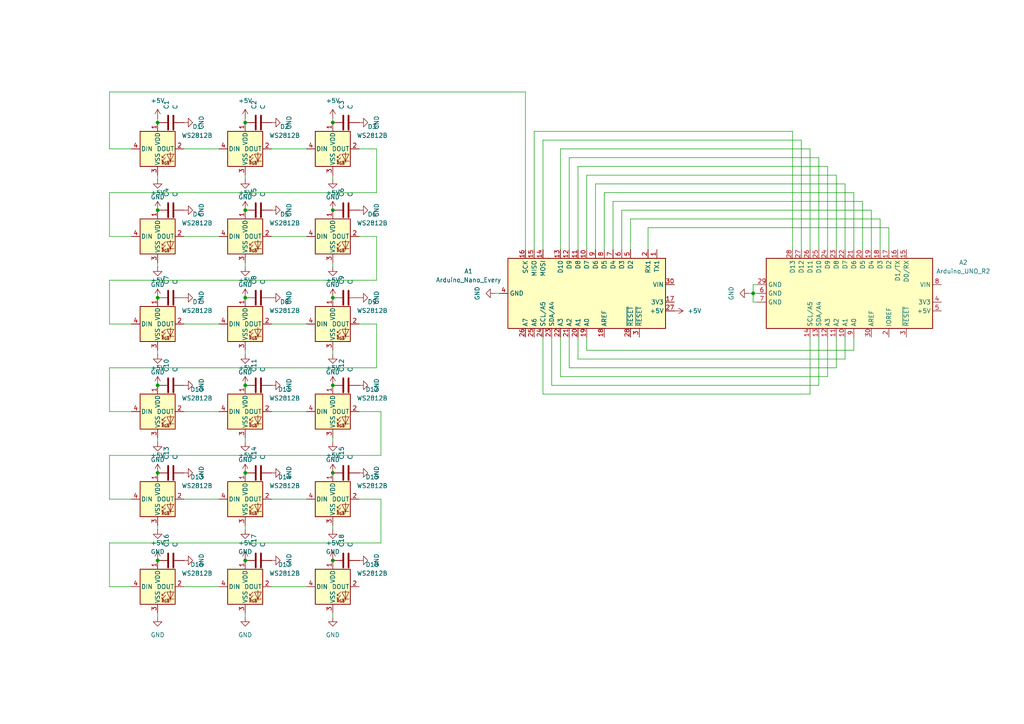
<source format=kicad_sch>
(kicad_sch (version 20250114) (generator "eeschema") (generator_version "9.0")
  (paper "A4")
  (lib_symbols
    (symbol "Device:C" (pin_numbers (hide yes)) (pin_names (offset 0.254))
      (property "Reference" "C" (at 0.635 2.54 0))
      (property "Value" "C" (at 0.635 -2.54 0))
      (symbol "C_0_1"
        (polyline (pts (xy -2.032 0.762) (xy 2.032 0.762)) (stroke (width 0.508)))
        (polyline (pts (xy -2.032 -0.762) (xy 2.032 -0.762)) (stroke (width 0.508)))
      )
      (symbol "C_1_1"
        (pin passive line (at 0 3.81 270) (length 2.794) (name "~") (number "1"))
        (pin passive line (at 0 -3.81 90) (length 2.794) (name "~") (number "2"))
      )
    )
    (symbol "LED:WS2812B" (pin_names (offset 0.254))
      (property "Reference" "D" (at 5.08 5.715 0))
      (property "Value" "WS2812B" (at 1.27 -5.715 0))
      (symbol "WS2812B_0_0"
        (text "RGB" (at 2.286 -4.191 0) (effects (font (size 0.762 0.762))))
      )
      (symbol "WS2812B_0_1"
        (polyline (pts (xy 1.27 -2.54) (xy 1.778 -2.54)))
        (polyline (pts (xy 1.27 -3.556) (xy 1.778 -3.556)))
        (polyline (pts (xy 2.286 -1.524) (xy 1.27 -2.54) (xy 1.27 -2.032)))
        (polyline (pts (xy 2.286 -2.54) (xy 1.27 -3.556) (xy 1.27 -3.048)))
        (polyline (pts (xy 3.683 -1.016) (xy 3.683 -3.556) (xy 3.683 -4.064)))
        (polyline (pts (xy 4.699 -1.524) (xy 2.667 -1.524) (xy 3.683 -3.556) (xy 4.699 -1.524)))
        (polyline (pts (xy 4.699 -3.556) (xy 2.667 -3.556)))
        (rectangle (start 5.08 5.08) (end -5.08 -5.08) (stroke (width 0.254)) (fill (type background)))
      )
      (symbol "WS2812B_1_1"
        (pin input line (at -7.62 0 0) (length 2.54) (name "DIN") (number "4"))
        (pin power_in line (at 0 7.62 270) (length 2.54) (name "VDD") (number "1"))
        (pin power_in line (at 0 -7.62 90) (length 2.54) (name "VSS") (number "3"))
        (pin output line (at 7.62 0 180) (length 2.54) (name "DOUT") (number "2"))
      )
    )
    (symbol "MCU_Module:Arduino_Nano_Every"
      (property "Reference" "A" (at -10.16 23.495 0))
      (property "Value" "Arduino_Nano_Every" (at 5.08 -24.13 0))
      (symbol "Arduino_Nano_Every_0_1"
        (rectangle (start -10.16 22.86) (end 10.16 -22.86) (stroke (width 0.254)) (fill (type background)))
      )
      (symbol "Arduino_Nano_Every_1_1"
        (pin bidirectional line (at -12.7 20.32 0) (length 2.54) (name "TX1") (number "1"))
        (pin bidirectional line (at -12.7 17.78 0) (length 2.54) (name "RX1") (number "2"))
        (pin bidirectional line (at -12.7 12.7 0) (length 2.54) (name "D2") (number "5"))
        (pin bidirectional line (at -12.7 10.16 0) (length 2.54) (name "D3") (number "6"))
        (pin bidirectional line (at -12.7 7.62 0) (length 2.54) (name "D4") (number "7"))
        (pin bidirectional line (at -12.7 5.08 0) (length 2.54) (name "D5") (number "8"))
        (pin bidirectional line (at -12.7 2.54 0) (length 2.54) (name "D6") (number "9"))
        (pin bidirectional line (at -12.7 0 0) (length 2.54) (name "D7") (number "10"))
        (pin bidirectional line (at -12.7 -2.54 0) (length 2.54) (name "D8") (number "11"))
        (pin bidirectional line (at -12.7 -5.08 0) (length 2.54) (name "D9") (number "12"))
        (pin bidirectional line (at -12.7 -7.62 0) (length 2.54) (name "D10") (number "13"))
        (pin bidirectional line (at -12.7 -12.7 0) (length 2.54) (name "MOSI") (number "14"))
        (pin bidirectional line (at -12.7 -15.24 0) (length 2.54) (name "MISO") (number "15"))
        (pin bidirectional line (at -12.7 -17.78 0) (length 2.54) (name "SCK") (number "16"))
        (pin power_in line (at -2.54 25.4 270) (length 2.54) (name "VIN") (number "30"))
        (pin passive line (at 0 -25.4 90) (length 2.54) (hide yes) (name "GND") (number "29"))
        (pin power_in line (at 0 -25.4 90) (length 2.54) (name "GND") (number "4"))
        (pin power_out line (at 2.54 25.4 270) (length 2.54) (name "3V3") (number "17"))
        (pin power_out line (at 5.08 25.4 270) (length 2.54) (name "+5V") (number "27"))
        (pin input line (at 12.7 15.24 180) (length 2.54) (name "~{RESET}") (number "3"))
        (pin input line (at 12.7 12.7 180) (length 2.54) (name "~{RESET}") (number "28"))
        (pin input line (at 12.7 5.08 180) (length 2.54) (name "AREF") (number "18"))
        (pin bidirectional line (at 12.7 0 180) (length 2.54) (name "A0") (number "19"))
        (pin bidirectional line (at 12.7 -2.54 180) (length 2.54) (name "A1") (number "20"))
        (pin bidirectional line (at 12.7 -5.08 180) (length 2.54) (name "A2") (number "21"))
        (pin bidirectional line (at 12.7 -7.62 180) (length 2.54) (name "A3") (number "22"))
        (pin bidirectional line (at 12.7 -10.16 180) (length 2.54) (name "SDA/A4") (number "23"))
        (pin bidirectional line (at 12.7 -12.7 180) (length 2.54) (name "SCL/A5") (number "24"))
        (pin bidirectional line (at 12.7 -15.24 180) (length 2.54) (name "A6") (number "25"))
        (pin bidirectional line (at 12.7 -17.78 180) (length 2.54) (name "A7") (number "26"))
      )
    )
    (symbol "MCU_Module:Arduino_UNO_R2"
      (property "Reference" "A" (at -10.16 23.495 0))
      (property "Value" "Arduino_UNO_R2" (at 5.08 -26.67 0))
      (symbol "Arduino_UNO_R2_0_1"
        (rectangle (start -10.16 22.86) (end 10.16 -25.4) (stroke (width 0.254)) (fill (type background)))
      )
      (symbol "Arduino_UNO_R2_1_1"
        (pin bidirectional line (at -12.7 15.24 0) (length 2.54) (name "D0/RX") (number "15"))
        (pin bidirectional line (at -12.7 12.7 0) (length 2.54) (name "D1/TX") (number "16"))
        (pin bidirectional line (at -12.7 10.16 0) (length 2.54) (name "D2") (number "17"))
        (pin bidirectional line (at -12.7 7.62 0) (length 2.54) (name "D3") (number "18"))
        (pin bidirectional line (at -12.7 5.08 0) (length 2.54) (name "D4") (number "19"))
        (pin bidirectional line (at -12.7 2.54 0) (length 2.54) (name "D5") (number "20"))
        (pin bidirectional line (at -12.7 0 0) (length 2.54) (name "D6") (number "21"))
        (pin bidirectional line (at -12.7 -2.54 0) (length 2.54) (name "D7") (number "22"))
        (pin bidirectional line (at -12.7 -5.08 0) (length 2.54) (name "D8") (number "23"))
        (pin bidirectional line (at -12.7 -7.62 0) (length 2.54) (name "D9") (number "24"))
        (pin bidirectional line (at -12.7 -10.16 0) (length 2.54) (name "D10") (number "25"))
        (pin bidirectional line (at -12.7 -12.7 0) (length 2.54) (name "D11") (number "26"))
        (pin bidirectional line (at -12.7 -15.24 0) (length 2.54) (name "D12") (number "27"))
        (pin bidirectional line (at -12.7 -17.78 0) (length 2.54) (name "D13") (number "28"))
        (pin no_connect line (at -10.16 -20.32 0) (length 2.54) (hide yes) (name "NC") (number "1"))
        (pin power_in line (at -2.54 25.4 270) (length 2.54) (name "VIN") (number "8"))
        (pin power_in line (at -2.54 -27.94 90) (length 2.54) (name "GND") (number "29"))
        (pin power_in line (at 0 -27.94 90) (length 2.54) (name "GND") (number "6"))
        (pin power_out line (at 2.54 25.4 270) (length 2.54) (name "3V3") (number "4"))
        (pin power_in line (at 2.54 -27.94 90) (length 2.54) (name "GND") (number "7"))
        (pin power_out line (at 5.08 25.4 270) (length 2.54) (name "+5V") (number "5"))
        (pin input line (at 12.7 15.24 180) (length 2.54) (name "~{RESET}") (number "3"))
        (pin output line (at 12.7 10.16 180) (length 2.54) (name "IOREF") (number "2"))
        (pin input line (at 12.7 5.08 180) (length 2.54) (name "AREF") (number "30"))
        (pin bidirectional line (at 12.7 0 180) (length 2.54) (name "A0") (number "9"))
        (pin bidirectional line (at 12.7 -2.54 180) (length 2.54) (name "A1") (number "10"))
        (pin bidirectional line (at 12.7 -5.08 180) (length 2.54) (name "A2") (number "11"))
        (pin bidirectional line (at 12.7 -7.62 180) (length 2.54) (name "A3") (number "12"))
        (pin bidirectional line (at 12.7 -10.16 180) (length 2.54) (name "SDA/A4") (number "13"))
        (pin bidirectional line (at 12.7 -12.7 180) (length 2.54) (name "SCL/A5") (number "14"))
      )
    )
    (symbol "power:+5V" (power) (pin_numbers (hide yes)) (pin_names (offset 0) (hide yes))
      (property "Value" "+5V" (at 0 3.556 0))
      (symbol "+5V_0_1"
        (polyline (pts (xy -0.762 1.27) (xy 0 2.54)))
        (polyline (pts (xy 0 2.54) (xy 0.762 1.27)))
        (polyline (pts (xy 0 0) (xy 0 2.54)))
      )
      (symbol "+5V_1_1"
        (pin power_in line (at 0 0 90) (length 0) (name "~") (number "1"))
      )
    )
    (symbol "power:GND" (power) (pin_numbers (hide yes)) (pin_names (offset 0) (hide yes))
      (property "Value" "GND" (at 0 -3.81 0))
      (symbol "GND_0_1"
        (polyline (pts (xy 0 0) (xy 0 -1.27) (xy 1.27 -1.27) (xy 0 -2.54) (xy -1.27 -1.27) (xy 0 -1.27)))
      )
      (symbol "GND_1_1"
        (pin power_in line (at 0 0 270) (length 0) (name "~") (number "1"))
      )
    )
  )
  (junction (at 45.72 60.96))
  (junction (at 45.72 86.36))
  (junction (at 96.52 86.36))
  (junction (at 218.44 85.09))
  (junction (at 45.72 162.56))
  (junction (at 71.12 137.16))
  (junction (at 96.52 137.16))
  (junction (at 96.52 162.56))
  (junction (at 71.12 60.96))
  (junction (at 96.52 111.76))
  (junction (at 45.72 111.76))
  (junction (at 45.72 35.56))
  (junction (at 45.72 137.16))
  (junction (at 71.12 35.56))
  (junction (at 71.12 86.36))
  (junction (at 71.12 111.76))
  (junction (at 96.52 35.56))
  (junction (at 71.12 162.56))
  (junction (at 96.52 60.96))
  (wire (pts (xy 162.56 109.22) (xy 240.03 109.22)))
  (wire (pts (xy 234.95 43.18) (xy 162.56 43.18)))
  (wire (pts (xy 104.14 93.98) (xy 109.22 93.98)))
  (wire (pts (xy 152.4 72.39) (xy 152.4 26.67)))
  (wire (pts (xy 187.96 66.04) (xy 187.96 72.39)))
  (wire (pts (xy 177.8 58.42) (xy 177.8 72.39)))
  (wire (pts (xy 245.11 72.39) (xy 245.11 53.34)))
  (wire (pts (xy 172.72 53.34) (xy 172.72 72.39)))
  (wire (pts (xy 96.52 177.8) (xy 96.52 179.07)))
  (wire (pts (xy 96.52 76.2) (xy 96.52 77.47)))
  (wire (pts (xy 240.03 97.79) (xy 240.03 109.22)))
  (wire (pts (xy 219.71 82.55) (xy 218.44 82.55)))
  (wire (pts (xy 96.52 50.8) (xy 96.52 52.07)))
  (wire (pts (xy 109.22 68.58) (xy 109.22 81.28)))
  (wire (pts (xy 110.49 157.48) (xy 31.75 157.48)))
  (wire (pts (xy 109.22 43.18) (xy 109.22 55.88)))
  (wire (pts (xy 240.03 72.39) (xy 240.03 48.26)))
  (wire (pts (xy 167.64 97.79) (xy 167.64 104.14)))
  (wire (pts (xy 247.65 97.79) (xy 247.65 101.6)))
  (wire (pts (xy 257.81 66.04) (xy 187.96 66.04)))
  (wire (pts (xy 71.12 152.4) (xy 71.12 153.67)))
  (wire (pts (xy 31.75 170.18) (xy 38.1 170.18)))
  (wire (pts (xy 255.27 63.5) (xy 182.88 63.5)))
  (wire (pts (xy 157.48 40.64) (xy 157.48 72.39)))
  (wire (pts (xy 78.74 93.98) (xy 88.9 93.98)))
  (wire (pts (xy 31.75 43.18) (xy 38.1 43.18)))
  (wire (pts (xy 154.94 38.1) (xy 154.94 72.39)))
  (wire (pts (xy 252.73 60.96) (xy 180.34 60.96)))
  (wire (pts (xy 104.14 119.38) (xy 110.49 119.38)))
  (wire (pts (xy 170.18 97.79) (xy 170.18 101.6)))
  (wire (pts (xy 247.65 55.88) (xy 175.26 55.88)))
  (wire (pts (xy 104.14 68.58) (xy 109.22 68.58)))
  (wire (pts (xy 45.72 50.8) (xy 45.72 52.07)))
  (wire (pts (xy 31.75 26.67) (xy 31.75 43.18)))
  (wire (pts (xy 180.34 60.96) (xy 180.34 72.39)))
  (wire (pts (xy 104.14 43.18) (xy 109.22 43.18)))
  (wire (pts (xy 234.95 72.39) (xy 234.95 43.18)))
  (wire (pts (xy 45.72 34.29) (xy 45.72 35.56)))
  (wire (pts (xy 165.1 106.68) (xy 242.57 106.68)))
  (wire (pts (xy 257.81 72.39) (xy 257.81 66.04)))
  (wire (pts (xy 160.02 97.79) (xy 160.02 111.76)))
  (wire (pts (xy 167.64 104.14) (xy 245.11 104.14)))
  (wire (pts (xy 45.72 101.6) (xy 45.72 102.87)))
  (wire (pts (xy 218.44 87.63) (xy 218.44 85.09)))
  (wire (pts (xy 53.34 144.78) (xy 63.5 144.78)))
  (wire (pts (xy 78.74 43.18) (xy 88.9 43.18)))
  (wire (pts (xy 31.75 157.48) (xy 31.75 170.18)))
  (wire (pts (xy 252.73 72.39) (xy 252.73 60.96)))
  (wire (pts (xy 109.22 55.88) (xy 31.75 55.88)))
  (wire (pts (xy 96.52 152.4) (xy 96.52 153.67)))
  (wire (pts (xy 110.49 144.78) (xy 110.49 157.48)))
  (wire (pts (xy 237.49 72.39) (xy 237.49 45.72)))
  (wire (pts (xy 109.22 81.28) (xy 31.75 81.28)))
  (wire (pts (xy 45.72 127) (xy 45.72 128.27)))
  (wire (pts (xy 110.49 119.38) (xy 110.49 132.08)))
  (wire (pts (xy 96.52 34.29) (xy 96.52 35.56)))
  (wire (pts (xy 250.19 58.42) (xy 177.8 58.42)))
  (wire (pts (xy 45.72 76.2) (xy 45.72 77.47)))
  (wire (pts (xy 78.74 119.38) (xy 88.9 119.38)))
  (wire (pts (xy 170.18 101.6) (xy 247.65 101.6)))
  (wire (pts (xy 71.12 177.8) (xy 71.12 179.07)))
  (wire (pts (xy 71.12 101.6) (xy 71.12 102.87)))
  (wire (pts (xy 245.11 53.34) (xy 172.72 53.34)))
  (wire (pts (xy 53.34 119.38) (xy 63.5 119.38)))
  (wire (pts (xy 240.03 48.26) (xy 167.64 48.26)))
  (wire (pts (xy 109.22 93.98) (xy 109.22 106.68)))
  (wire (pts (xy 31.75 93.98) (xy 38.1 93.98)))
  (wire (pts (xy 167.64 48.26) (xy 167.64 72.39)))
  (wire (pts (xy 162.56 97.79) (xy 162.56 109.22)))
  (wire (pts (xy 53.34 93.98) (xy 63.5 93.98)))
  (wire (pts (xy 78.74 170.18) (xy 88.9 170.18)))
  (wire (pts (xy 78.74 144.78) (xy 88.9 144.78)))
  (wire (pts (xy 219.71 85.09) (xy 218.44 85.09)))
  (wire (pts (xy 71.12 76.2) (xy 71.12 77.47)))
  (wire (pts (xy 229.87 38.1) (xy 154.94 38.1)))
  (wire (pts (xy 31.75 132.08) (xy 110.49 132.08)))
  (wire (pts (xy 170.18 50.8) (xy 170.18 72.39)))
  (wire (pts (xy 247.65 72.39) (xy 247.65 55.88)))
  (wire (pts (xy 96.52 101.6) (xy 96.52 102.87)))
  (wire (pts (xy 218.44 82.55) (xy 218.44 85.09)))
  (wire (pts (xy 78.74 68.58) (xy 88.9 68.58)))
  (wire (pts (xy 157.48 114.3) (xy 234.95 114.3)))
  (wire (pts (xy 165.1 45.72) (xy 165.1 72.39)))
  (wire (pts (xy 160.02 111.76) (xy 237.49 111.76)))
  (wire (pts (xy 71.12 50.8) (xy 71.12 52.07)))
  (wire (pts (xy 242.57 97.79) (xy 242.57 106.68)))
  (wire (pts (xy 31.75 81.28) (xy 31.75 93.98)))
  (wire (pts (xy 152.4 26.67) (xy 31.75 26.67)))
  (wire (pts (xy 157.48 97.79) (xy 157.48 114.3)))
  (wire (pts (xy 109.22 106.68) (xy 31.75 106.68)))
  (wire (pts (xy 242.57 50.8) (xy 170.18 50.8)))
  (wire (pts (xy 53.34 170.18) (xy 63.5 170.18)))
  (wire (pts (xy 237.49 45.72) (xy 165.1 45.72)))
  (wire (pts (xy 96.52 127) (xy 96.52 128.27)))
  (wire (pts (xy 45.72 177.8) (xy 45.72 179.07)))
  (wire (pts (xy 45.72 152.4) (xy 45.72 153.67)))
  (wire (pts (xy 71.12 34.29) (xy 71.12 35.56)))
  (wire (pts (xy 250.19 72.39) (xy 250.19 58.42)))
  (wire (pts (xy 31.75 144.78) (xy 38.1 144.78)))
  (wire (pts (xy 31.75 132.08) (xy 31.75 144.78)))
  (wire (pts (xy 219.71 87.63) (xy 218.44 87.63)))
  (wire (pts (xy 232.41 40.64) (xy 157.48 40.64)))
  (wire (pts (xy 234.95 114.3) (xy 234.95 97.79)))
  (wire (pts (xy 31.75 106.68) (xy 31.75 119.38)))
  (wire (pts (xy 162.56 43.18) (xy 162.56 72.39)))
  (wire (pts (xy 31.75 68.58) (xy 38.1 68.58)))
  (wire (pts (xy 242.57 72.39) (xy 242.57 50.8)))
  (wire (pts (xy 71.12 127) (xy 71.12 128.27)))
  (wire (pts (xy 165.1 97.79) (xy 165.1 106.68)))
  (wire (pts (xy 229.87 72.39) (xy 229.87 38.1)))
  (wire (pts (xy 245.11 97.79) (xy 245.11 104.14)))
  (wire (pts (xy 175.26 55.88) (xy 175.26 72.39)))
  (wire (pts (xy 31.75 119.38) (xy 38.1 119.38)))
  (wire (pts (xy 53.34 43.18) (xy 63.5 43.18)))
  (wire (pts (xy 31.75 55.88) (xy 31.75 68.58)))
  (wire (pts (xy 218.44 85.09) (xy 217.17 85.09)))
  (wire (pts (xy 182.88 63.5) (xy 182.88 72.39)))
  (wire (pts (xy 53.34 68.58) (xy 63.5 68.58)))
  (wire (pts (xy 255.27 72.39) (xy 255.27 63.5)))
  (wire (pts (xy 143.51 85.09) (xy 144.78 85.09)))
  (wire (pts (xy 232.41 72.39) (xy 232.41 40.64)))
  (wire (pts (xy 237.49 97.79) (xy 237.49 111.76)))
  (wire (pts (xy 104.14 144.78) (xy 110.49 144.78)))
  (symbol (lib_id "power:GND") (at 71.12 102.87 0) (unit 1)
    (property "Reference" "#PWR010" (effects (hide yes)))
    (property "Value" "GND" (at 71.12 107.95 0))
    (property "Description" "Power symbol creates a global label with name \"GND\" , ground" (effects (hide yes)))
  )
  (symbol (lib_id "power:GND") (at 45.72 128.27 0) (unit 1)
    (property "Reference" "#PWR012" (effects (hide yes)))
    (property "Value" "GND" (at 45.72 133.35 0))
    (property "Description" "Power symbol creates a global label with name \"GND\" , ground" (effects (hide yes)))
  )
  (symbol (lib_id "power:GND") (at 53.34 162.56 90) (unit 1)
    (property "Reference" "#PWR055" (effects (hide yes)))
    (property "Value" "GND" (at 58.42 162.56 0))
    (property "Description" "Power symbol creates a global label with name \"GND\" , ground" (effects (hide yes)))
  )
  (symbol (lib_id "LED:WS2812B") (at 45.72 119.38 0) (unit 1)
    (property "Reference" "D10" (at 57.15 112.9598 0))
    (property "Value" "WS2812B" (at 57.15 115.4998 0))
    (property "Footprint" "LED_SMD:LED_WS2812B_PLCC4_5.0x5.0mm_P3.2mm" (effects (hide yes)))
    (property "Datasheet" "https://cdn-shop.adafruit.com/datasheets/WS2812B.pdf" (effects (hide yes)))
    (property "Description" "RGB LED with integrated controller" (effects (hide yes)))
  )
  (symbol (lib_id "power:+5V") (at 71.12 111.76 0) (unit 1)
    (property "Reference" "#PWR032" (effects (hide yes)))
    (property "Value" "+5V" (at 71.12 106.68 0))
    (property "Description" "Power symbol creates a global label with name \"+5V\"" (effects (hide yes)))
  )
  (symbol (lib_id "power:GND") (at 45.72 52.07 0) (unit 1)
    (property "Reference" "#PWR03" (effects (hide yes)))
    (property "Value" "GND" (at 45.72 57.15 0))
    (property "Description" "Power symbol creates a global label with name \"GND\" , ground" (effects (hide yes)))
  )
  (symbol (lib_id "Device:C") (at 100.33 86.36 90) (unit 1)
    (property "Reference" "C9" (at 99.0599 82.55 0) (effects (justify left)))
    (property "Value" "C" (at 101.5999 82.55 0) (effects (justify left)))
    (property "Footprint" "Capacitor_SMD:C_0201_0603Metric_Pad0.64x0.40mm_HandSolder" (effects (hide yes)))
    (property "Description" "Unpolarized capacitor" (effects (hide yes)))
  )
  (symbol (lib_id "Device:C") (at 100.33 162.56 90) (unit 1)
    (property "Reference" "C18" (at 99.0599 158.75 0) (effects (justify left)))
    (property "Value" "C" (at 101.5999 158.75 0) (effects (justify left)))
    (property "Footprint" "Capacitor_SMD:C_0201_0603Metric_Pad0.64x0.40mm_HandSolder" (effects (hide yes)))
    (property "Description" "Unpolarized capacitor" (effects (hide yes)))
  )
  (symbol (lib_id "power:GND") (at 53.34 137.16 90) (unit 1)
    (property "Reference" "#PWR052" (effects (hide yes)))
    (property "Value" "GND" (at 58.42 137.16 0))
    (property "Description" "Power symbol creates a global label with name \"GND\" , ground" (effects (hide yes)))
  )
  (symbol (lib_id "power:GND") (at 45.72 77.47 0) (unit 1)
    (property "Reference" "#PWR06" (effects (hide yes)))
    (property "Value" "GND" (at 45.72 82.55 0))
    (property "Description" "Power symbol creates a global label with name \"GND\" , ground" (effects (hide yes)))
  )
  (symbol (lib_id "Device:C") (at 74.93 111.76 90) (unit 1)
    (property "Reference" "C11" (at 73.6599 107.95 0) (effects (justify left)))
    (property "Value" "C" (at 76.1999 107.95 0) (effects (justify left)))
    (property "Footprint" "Capacitor_SMD:C_0201_0603Metric_Pad0.64x0.40mm_HandSolder" (effects (hide yes)))
    (property "Description" "Unpolarized capacitor" (effects (hide yes)))
  )
  (symbol (lib_id "power:GND") (at 96.52 153.67 0) (unit 1)
    (property "Reference" "#PWR017" (effects (hide yes)))
    (property "Value" "GND" (at 96.52 160.02 0))
    (property "Description" "Power symbol creates a global label with name \"GND\" , ground" (effects (hide yes)))
  )
  (symbol (lib_id "LED:WS2812B") (at 71.12 43.18 0) (unit 1)
    (property "Reference" "D2" (at 82.55 36.7598 0))
    (property "Value" "WS2812B" (at 82.55 39.2998 0))
    (property "Footprint" "LED_SMD:LED_WS2812B_PLCC4_5.0x5.0mm_P3.2mm" (effects (hide yes)))
    (property "Datasheet" "https://cdn-shop.adafruit.com/datasheets/WS2812B.pdf" (effects (hide yes)))
    (property "Description" "RGB LED with integrated controller" (effects (hide yes)))
  )
  (symbol (lib_id "Device:C") (at 100.33 60.96 90) (unit 1)
    (property "Reference" "C6" (at 99.0599 57.15 0) (effects (justify left)))
    (property "Value" "C" (at 101.5999 57.15 0) (effects (justify left)))
    (property "Footprint" "Capacitor_SMD:C_0201_0603Metric_Pad0.64x0.40mm_HandSolder" (effects (hide yes)))
    (property "Description" "Unpolarized capacitor" (effects (hide yes)))
  )
  (symbol (lib_id "power:GND") (at 53.34 35.56 90) (unit 1)
    (property "Reference" "#PWR040" (effects (hide yes)))
    (property "Value" "GND" (at 58.42 35.56 0))
    (property "Description" "Power symbol creates a global label with name \"GND\" , ground" (effects (hide yes)))
  )
  (symbol (lib_id "power:GND") (at 53.34 111.76 90) (unit 1)
    (property "Reference" "#PWR049" (effects (hide yes)))
    (property "Value" "GND" (at 58.42 111.76 0))
    (property "Description" "Power symbol creates a global label with name \"GND\" , ground" (effects (hide yes)))
  )
  (symbol (lib_id "Device:C") (at 49.53 35.56 90) (unit 1)
    (property "Reference" "C1" (at 48.2599 31.75 0) (effects (justify left)))
    (property "Value" "C" (at 50.7999 31.75 0) (effects (justify left)))
    (property "Footprint" "Capacitor_SMD:C_0201_0603Metric_Pad0.64x0.40mm_HandSolder" (effects (hide yes)))
    (property "Description" "Unpolarized capacitor" (effects (hide yes)))
  )
  (symbol (lib_id "power:GND") (at 71.12 77.47 0) (unit 1)
    (property "Reference" "#PWR07" (effects (hide yes)))
    (property "Value" "GND" (at 71.12 82.55 0))
    (property "Description" "Power symbol creates a global label with name \"GND\" , ground" (effects (hide yes)))
  )
  (symbol (lib_id "LED:WS2812B") (at 71.12 170.18 0) (unit 1)
    (property "Reference" "D17" (at 82.55 163.7598 0))
    (property "Value" "WS2812B" (at 82.55 166.2998 0))
    (property "Footprint" "LED_SMD:LED_WS2812B_PLCC4_5.0x5.0mm_P3.2mm" (effects (hide yes)))
    (property "Datasheet" "https://cdn-shop.adafruit.com/datasheets/WS2812B.pdf" (effects (hide yes)))
    (property "Description" "RGB LED with integrated controller" (effects (hide yes)))
  )
  (symbol (lib_id "power:+5V") (at 96.52 137.16 0) (unit 1)
    (property "Reference" "#PWR036" (effects (hide yes)))
    (property "Value" "+5V" (at 96.52 132.08 0))
    (property "Description" "Power symbol creates a global label with name \"+5V\"" (effects (hide yes)))
  )
  (symbol (lib_id "power:+5V") (at 71.12 162.56 0) (unit 1)
    (property "Reference" "#PWR038" (effects (hide yes)))
    (property "Value" "+5V" (at 71.12 157.48 0))
    (property "Description" "Power symbol creates a global label with name \"+5V\"" (effects (hide yes)))
  )
  (symbol (lib_id "LED:WS2812B") (at 96.52 170.18 0) (unit 1)
    (property "Reference" "D18" (at 107.95 163.7598 0))
    (property "Value" "WS2812B" (at 107.95 166.2998 0))
    (property "Footprint" "LED_SMD:LED_WS2812B_PLCC4_5.0x5.0mm_P3.2mm" (effects (hide yes)))
    (property "Datasheet" "https://cdn-shop.adafruit.com/datasheets/WS2812B.pdf" (effects (hide yes)))
    (property "Description" "RGB LED with integrated controller" (effects (hide yes)))
  )
  (symbol (lib_id "power:GND") (at 104.14 60.96 90) (unit 1)
    (property "Reference" "#PWR045" (effects (hide yes)))
    (property "Value" "GND" (at 109.22 60.96 0))
    (property "Description" "Power symbol creates a global label with name \"GND\" , ground" (effects (hide yes)))
  )
  (symbol (lib_id "LED:WS2812B") (at 96.52 43.18 0) (unit 1)
    (property "Reference" "D3" (at 107.95 36.7598 0))
    (property "Value" "WS2812B" (at 107.95 39.2998 0))
    (property "Footprint" "LED_SMD:LED_WS2812B_PLCC4_5.0x5.0mm_P3.2mm" (effects (hide yes)))
    (property "Datasheet" "https://cdn-shop.adafruit.com/datasheets/WS2812B.pdf" (effects (hide yes)))
    (property "Description" "RGB LED with integrated controller" (effects (hide yes)))
  )
  (symbol (lib_id "power:GND") (at 96.52 52.07 0) (unit 1)
    (property "Reference" "#PWR05" (effects (hide yes)))
    (property "Value" "GND" (at 96.52 57.15 0))
    (property "Description" "Power symbol creates a global label with name \"GND\" , ground" (effects (hide yes)))
  )
  (symbol (lib_id "Device:C") (at 49.53 137.16 90) (unit 1)
    (property "Reference" "C13" (at 48.2599 133.35 0) (effects (justify left)))
    (property "Value" "C" (at 50.7999 133.35 0) (effects (justify left)))
    (property "Footprint" "Capacitor_SMD:C_0201_0603Metric_Pad0.64x0.40mm_HandSolder" (effects (hide yes)))
    (property "Description" "Unpolarized capacitor" (effects (hide yes)))
  )
  (symbol (lib_id "power:GND") (at 71.12 179.07 0) (unit 1)
    (property "Reference" "#PWR019" (effects (hide yes)))
    (property "Value" "GND" (at 71.12 184.15 0))
    (property "Description" "Power symbol creates a global label with name \"GND\" , ground" (effects (hide yes)))
  )
  (symbol (lib_id "LED:WS2812B") (at 45.72 144.78 0) (unit 1)
    (property "Reference" "D13" (at 57.15 138.3598 0))
    (property "Value" "WS2812B" (at 57.15 140.8998 0))
    (property "Footprint" "LED_SMD:LED_WS2812B_PLCC4_5.0x5.0mm_P3.2mm" (effects (hide yes)))
    (property "Datasheet" "https://cdn-shop.adafruit.com/datasheets/WS2812B.pdf" (effects (hide yes)))
    (property "Description" "RGB LED with integrated controller" (effects (hide yes)))
  )
  (symbol (lib_id "LED:WS2812B") (at 71.12 119.38 0) (unit 1)
    (property "Reference" "D11" (at 82.55 112.9598 0))
    (property "Value" "WS2812B" (at 82.55 115.4998 0))
    (property "Footprint" "LED_SMD:LED_WS2812B_PLCC4_5.0x5.0mm_P3.2mm" (effects (hide yes)))
    (property "Datasheet" "https://cdn-shop.adafruit.com/datasheets/WS2812B.pdf" (effects (hide yes)))
    (property "Description" "RGB LED with integrated controller" (effects (hide yes)))
  )
  (symbol (lib_id "power:+5V") (at 45.72 162.56 0) (unit 1)
    (property "Reference" "#PWR037" (effects (hide yes)))
    (property "Value" "+5V" (at 45.72 157.48 0))
    (property "Description" "Power symbol creates a global label with name \"+5V\"" (effects (hide yes)))
  )
  (symbol (lib_id "LED:WS2812B") (at 96.52 119.38 0) (unit 1)
    (property "Reference" "D12" (at 107.95 112.9598 0))
    (property "Value" "WS2812B" (at 107.95 115.4998 0))
    (property "Footprint" "LED_SMD:LED_WS2812B_PLCC4_5.0x5.0mm_P3.2mm" (effects (hide yes)))
    (property "Datasheet" "https://cdn-shop.adafruit.com/datasheets/WS2812B.pdf" (effects (hide yes)))
    (property "Description" "RGB LED with integrated controller" (effects (hide yes)))
  )
  (symbol (lib_id "power:+5V") (at 71.12 86.36 0) (unit 1)
    (property "Reference" "#PWR029" (effects (hide yes)))
    (property "Value" "+5V" (at 71.12 81.28 0))
    (property "Description" "Power symbol creates a global label with name \"+5V\"" (effects (hide yes)))
  )
  (symbol (lib_id "power:GND") (at 96.52 128.27 0) (unit 1)
    (property "Reference" "#PWR014" (effects (hide yes)))
    (property "Value" "GND" (at 96.52 133.35 0))
    (property "Description" "Power symbol creates a global label with name \"GND\" , ground" (effects (hide yes)))
  )
  (symbol (lib_id "power:GND") (at 217.17 85.09 270) (unit 1)
    (property "Reference" "#PWR01" (effects (hide yes)))
    (property "Value" "GND" (at 212.09 85.09 0))
    (property "Description" "Power symbol creates a global label with name \"GND\" , ground" (effects (hide yes)))
  )
  (symbol (lib_id "MCU_Module:Arduino_Nano_Every") (at 170.18 85.09 270) (unit 1)
    (property "Reference" "A1" (at 135.89 78.6698 90))
    (property "Value" "Arduino_Nano_Every" (at 135.89 81.2098 90))
    (property "Footprint" "Module:Arduino_Nano" (effects (hide yes)))
    (property "Datasheet" "https://content.arduino.cc/assets/NANOEveryV3.0_sch.pdf" (effects (hide yes)))
    (property "Description" "Arduino Nano Every" (effects (hide yes)))
  )
  (symbol (lib_id "Device:C") (at 74.93 35.56 90) (unit 1)
    (property "Reference" "C2" (at 73.6599 31.75 0) (effects (justify left)))
    (property "Value" "C" (at 76.1999 31.75 0) (effects (justify left)))
    (property "Footprint" "Capacitor_SMD:C_0201_0603Metric_Pad0.64x0.40mm_HandSolder" (effects (hide yes)))
    (property "Description" "Unpolarized capacitor" (effects (hide yes)))
  )
  (symbol (lib_id "power:+5V") (at 45.72 60.96 0) (unit 1)
    (property "Reference" "#PWR025" (effects (hide yes)))
    (property "Value" "+5V" (at 45.72 55.88 0))
    (property "Description" "Power symbol creates a global label with name \"+5V\"" (effects (hide yes)))
  )
  (symbol (lib_id "power:GND") (at 104.14 111.76 90) (unit 1)
    (property "Reference" "#PWR051" (effects (hide yes)))
    (property "Value" "GND" (at 109.22 111.76 0))
    (property "Description" "Power symbol creates a global label with name \"GND\" , ground" (effects (hide yes)))
  )
  (symbol (lib_id "LED:WS2812B") (at 71.12 68.58 0) (unit 1)
    (property "Reference" "D5" (at 82.55 62.1598 0))
    (property "Value" "WS2812B" (at 82.55 64.6998 0))
    (property "Footprint" "LED_SMD:LED_WS2812B_PLCC4_5.0x5.0mm_P3.2mm" (effects (hide yes)))
    (property "Datasheet" "https://cdn-shop.adafruit.com/datasheets/WS2812B.pdf" (effects (hide yes)))
    (property "Description" "RGB LED with integrated controller" (effects (hide yes)))
  )
  (symbol (lib_id "Device:C") (at 74.93 86.36 90) (unit 1)
    (property "Reference" "C8" (at 73.6599 82.55 0) (effects (justify left)))
    (property "Value" "C" (at 76.1999 82.55 0) (effects (justify left)))
    (property "Footprint" "Capacitor_SMD:C_0201_0603Metric_Pad0.64x0.40mm_HandSolder" (effects (hide yes)))
    (property "Description" "Unpolarized capacitor" (effects (hide yes)))
  )
  (symbol (lib_id "Device:C") (at 49.53 86.36 90) (unit 1)
    (property "Reference" "C7" (at 48.2599 82.55 0) (effects (justify left)))
    (property "Value" "C" (at 50.7999 82.55 0) (effects (justify left)))
    (property "Footprint" "Capacitor_SMD:C_0201_0603Metric_Pad0.64x0.40mm_HandSolder" (effects (hide yes)))
    (property "Description" "Unpolarized capacitor" (effects (hide yes)))
  )
  (symbol (lib_id "power:+5V") (at 96.52 60.96 0) (unit 1)
    (property "Reference" "#PWR027" (effects (hide yes)))
    (property "Value" "+5V" (at 96.52 55.88 0))
    (property "Description" "Power symbol creates a global label with name \"+5V\"" (effects (hide yes)))
  )
  (symbol (lib_id "power:GND") (at 96.52 77.47 0) (unit 1)
    (property "Reference" "#PWR08" (effects (hide yes)))
    (property "Value" "GND" (at 96.52 82.55 0))
    (property "Description" "Power symbol creates a global label with name \"GND\" , ground" (effects (hide yes)))
  )
  (symbol (lib_id "power:GND") (at 104.14 137.16 90) (unit 1)
    (property "Reference" "#PWR054" (effects (hide yes)))
    (property "Value" "GND" (at 109.22 137.16 0))
    (property "Description" "Power symbol creates a global label with name \"GND\" , ground" (effects (hide yes)))
  )
  (symbol (lib_id "power:GND") (at 78.74 111.76 90) (unit 1)
    (property "Reference" "#PWR050" (effects (hide yes)))
    (property "Value" "GND" (at 83.82 111.76 0))
    (property "Description" "Power symbol creates a global label with name \"GND\" , ground" (effects (hide yes)))
  )
  (symbol (lib_id "power:+5V") (at 45.72 86.36 0) (unit 1)
    (property "Reference" "#PWR028" (effects (hide yes)))
    (property "Value" "+5V" (at 45.72 81.28 0))
    (property "Description" "Power symbol creates a global label with name \"+5V\"" (effects (hide yes)))
  )
  (symbol (lib_id "power:GND") (at 143.51 85.09 270) (unit 1)
    (property "Reference" "#PWR02" (effects (hide yes)))
    (property "Value" "GND" (at 138.43 85.09 0))
    (property "Description" "Power symbol creates a global label with name \"GND\" , ground" (effects (hide yes)))
  )
  (symbol (lib_id "Device:C") (at 49.53 162.56 90) (unit 1)
    (property "Reference" "C16" (at 48.2599 158.75 0) (effects (justify left)))
    (property "Value" "C" (at 50.7999 158.75 0) (effects (justify left)))
    (property "Footprint" "Capacitor_SMD:C_0201_0603Metric_Pad0.64x0.40mm_HandSolder" (effects (hide yes)))
    (property "Description" "Unpolarized capacitor" (effects (hide yes)))
  )
  (symbol (lib_id "power:+5V") (at 96.52 162.56 0) (unit 1)
    (property "Reference" "#PWR039" (effects (hide yes)))
    (property "Value" "+5V" (at 96.52 157.48 0))
    (property "Description" "Power symbol creates a global label with name \"+5V\"" (effects (hide yes)))
  )
  (symbol (lib_id "power:+5V") (at 45.72 111.76 0) (unit 1)
    (property "Reference" "#PWR031" (effects (hide yes)))
    (property "Value" "+5V" (at 45.72 106.68 0))
    (property "Description" "Power symbol creates a global label with name \"+5V\"" (effects (hide yes)))
  )
  (symbol (lib_id "power:GND") (at 71.12 128.27 0) (unit 1)
    (property "Reference" "#PWR013" (effects (hide yes)))
    (property "Value" "GND" (at 71.12 133.35 0))
    (property "Description" "Power symbol creates a global label with name \"GND\" , ground" (effects (hide yes)))
  )
  (symbol (lib_id "Device:C") (at 74.93 162.56 90) (unit 1)
    (property "Reference" "C17" (at 73.6599 158.75 0) (effects (justify left)))
    (property "Value" "C" (at 76.1999 158.75 0) (effects (justify left)))
    (property "Footprint" "Capacitor_SMD:C_0201_0603Metric_Pad0.64x0.40mm_HandSolder" (effects (hide yes)))
    (property "Description" "Unpolarized capacitor" (effects (hide yes)))
  )
  (symbol (lib_id "power:+5V") (at 71.12 60.96 0) (unit 1)
    (property "Reference" "#PWR026" (effects (hide yes)))
    (property "Value" "+5V" (at 71.12 55.88 0))
    (property "Description" "Power symbol creates a global label with name \"+5V\"" (effects (hide yes)))
  )
  (symbol (lib_id "power:+5V") (at 45.72 137.16 0) (unit 1)
    (property "Reference" "#PWR034" (effects (hide yes)))
    (property "Value" "+5V" (at 45.72 132.08 0))
    (property "Description" "Power symbol creates a global label with name \"+5V\"" (effects (hide yes)))
  )
  (symbol (lib_id "LED:WS2812B") (at 71.12 144.78 0) (unit 1)
    (property "Reference" "D14" (at 82.55 138.3598 0))
    (property "Value" "WS2812B" (at 82.55 140.8998 0))
    (property "Footprint" "LED_SMD:LED_WS2812B_PLCC4_5.0x5.0mm_P3.2mm" (effects (hide yes)))
    (property "Datasheet" "https://cdn-shop.adafruit.com/datasheets/WS2812B.pdf" (effects (hide yes)))
    (property "Description" "RGB LED with integrated controller" (effects (hide yes)))
  )
  (symbol (lib_id "power:GND") (at 53.34 60.96 90) (unit 1)
    (property "Reference" "#PWR043" (effects (hide yes)))
    (property "Value" "GND" (at 58.42 60.96 0))
    (property "Description" "Power symbol creates a global label with name \"GND\" , ground" (effects (hide yes)))
  )
  (symbol (lib_id "power:+5V") (at 96.52 34.29 0) (unit 1)
    (property "Reference" "#PWR024" (effects (hide yes)))
    (property "Value" "+5V" (at 96.52 29.21 0))
    (property "Description" "Power symbol creates a global label with name \"+5V\"" (effects (hide yes)))
  )
  (symbol (lib_id "power:+5V") (at 71.12 34.29 0) (unit 1)
    (property "Reference" "#PWR023" (effects (hide yes)))
    (property "Value" "+5V" (at 71.12 29.21 0))
    (property "Description" "Power symbol creates a global label with name \"+5V\"" (effects (hide yes)))
  )
  (symbol (lib_id "power:GND") (at 96.52 102.87 0) (unit 1)
    (property "Reference" "#PWR011" (effects (hide yes)))
    (property "Value" "GND" (at 96.52 107.95 0))
    (property "Description" "Power symbol creates a global label with name \"GND\" , ground" (effects (hide yes)))
  )
  (symbol (lib_id "power:GND") (at 78.74 35.56 90) (unit 1)
    (property "Reference" "#PWR041" (effects (hide yes)))
    (property "Value" "GND" (at 83.82 35.56 0))
    (property "Description" "Power symbol creates a global label with name \"GND\" , ground" (effects (hide yes)))
  )
  (symbol (lib_id "LED:WS2812B") (at 96.52 68.58 0) (unit 1)
    (property "Reference" "D6" (at 107.95 62.1598 0))
    (property "Value" "WS2812B" (at 107.95 64.6998 0))
    (property "Footprint" "LED_SMD:LED_WS2812B_PLCC4_5.0x5.0mm_P3.2mm" (effects (hide yes)))
    (property "Datasheet" "https://cdn-shop.adafruit.com/datasheets/WS2812B.pdf" (effects (hide yes)))
    (property "Description" "RGB LED with integrated controller" (effects (hide yes)))
  )
  (symbol (lib_id "power:GND") (at 71.12 52.07 0) (unit 1)
    (property "Reference" "#PWR04" (effects (hide yes)))
    (property "Value" "GND" (at 71.12 57.15 0))
    (property "Description" "Power symbol creates a global label with name \"GND\" , ground" (effects (hide yes)))
  )
  (symbol (lib_id "LED:WS2812B") (at 45.72 93.98 0) (unit 1)
    (property "Reference" "D7" (at 57.15 87.5598 0))
    (property "Value" "WS2812B" (at 57.15 90.0998 0))
    (property "Footprint" "LED_SMD:LED_WS2812B_PLCC4_5.0x5.0mm_P3.2mm" (effects (hide yes)))
    (property "Datasheet" "https://cdn-shop.adafruit.com/datasheets/WS2812B.pdf" (effects (hide yes)))
    (property "Description" "RGB LED with integrated controller" (effects (hide yes)))
  )
  (symbol (lib_id "LED:WS2812B") (at 71.12 93.98 0) (unit 1)
    (property "Reference" "D8" (at 82.55 87.5598 0))
    (property "Value" "WS2812B" (at 82.55 90.0998 0))
    (property "Footprint" "LED_SMD:LED_WS2812B_PLCC4_5.0x5.0mm_P3.2mm" (effects (hide yes)))
    (property "Datasheet" "https://cdn-shop.adafruit.com/datasheets/WS2812B.pdf" (effects (hide yes)))
    (property "Description" "RGB LED with integrated controller" (effects (hide yes)))
  )
  (symbol (lib_id "Device:C") (at 74.93 60.96 90) (unit 1)
    (property "Reference" "C5" (at 73.6599 57.15 0) (effects (justify left)))
    (property "Value" "C" (at 76.1999 57.15 0) (effects (justify left)))
    (property "Footprint" "Capacitor_SMD:C_0201_0603Metric_Pad0.64x0.40mm_HandSolder" (effects (hide yes)))
    (property "Description" "Unpolarized capacitor" (effects (hide yes)))
  )
  (symbol (lib_id "LED:WS2812B") (at 45.72 43.18 0) (unit 1)
    (property "Reference" "D1" (at 57.15 36.7598 0))
    (property "Value" "WS2812B" (at 57.15 39.2998 0))
    (property "Footprint" "LED_SMD:LED_WS2812B_PLCC4_5.0x5.0mm_P3.2mm" (effects (hide yes)))
    (property "Datasheet" "https://cdn-shop.adafruit.com/datasheets/WS2812B.pdf" (effects (hide yes)))
    (property "Description" "RGB LED with integrated controller" (effects (hide yes)))
  )
  (symbol (lib_id "power:GND") (at 78.74 60.96 90) (unit 1)
    (property "Reference" "#PWR044" (effects (hide yes)))
    (property "Value" "GND" (at 83.82 60.96 0))
    (property "Description" "Power symbol creates a global label with name \"GND\" , ground" (effects (hide yes)))
  )
  (symbol (lib_id "Device:C") (at 100.33 35.56 90) (unit 1)
    (property "Reference" "C3" (at 99.0599 31.75 0) (effects (justify left)))
    (property "Value" "C" (at 101.5999 31.75 0) (effects (justify left)))
    (property "Footprint" "Capacitor_SMD:C_0201_0603Metric_Pad0.64x0.40mm_HandSolder" (effects (hide yes)))
    (property "Description" "Unpolarized capacitor" (effects (hide yes)))
  )
  (symbol (lib_id "Device:C") (at 74.93 137.16 90) (unit 1)
    (property "Reference" "C14" (at 73.6599 133.35 0) (effects (justify left)))
    (property "Value" "C" (at 76.1999 133.35 0) (effects (justify left)))
    (property "Footprint" "Capacitor_SMD:C_0201_0603Metric_Pad0.64x0.40mm_HandSolder" (effects (hide yes)))
    (property "Description" "Unpolarized capacitor" (effects (hide yes)))
  )
  (symbol (lib_id "Device:C") (at 49.53 111.76 90) (unit 1)
    (property "Reference" "C10" (at 48.2599 107.95 0) (effects (justify left)))
    (property "Value" "C" (at 50.7999 107.95 0) (effects (justify left)))
    (property "Footprint" "Capacitor_SMD:C_0201_0603Metric_Pad0.64x0.40mm_HandSolder" (effects (hide yes)))
    (property "Description" "Unpolarized capacitor" (effects (hide yes)))
  )
  (symbol (lib_id "power:GND") (at 96.52 179.07 0) (unit 1)
    (property "Reference" "#PWR020" (effects (hide yes)))
    (property "Value" "GND" (at 96.52 184.15 0))
    (property "Description" "Power symbol creates a global label with name \"GND\" , ground" (effects (hide yes)))
  )
  (symbol (lib_id "LED:WS2812B") (at 96.52 93.98 0) (unit 1)
    (property "Reference" "D9" (at 107.95 87.5598 0))
    (property "Value" "WS2812B" (at 107.95 90.0998 0))
    (property "Footprint" "LED_SMD:LED_WS2812B_PLCC4_5.0x5.0mm_P3.2mm" (effects (hide yes)))
    (property "Datasheet" "https://cdn-shop.adafruit.com/datasheets/WS2812B.pdf" (effects (hide yes)))
    (property "Description" "RGB LED with integrated controller" (effects (hide yes)))
  )
  (symbol (lib_id "LED:WS2812B") (at 45.72 170.18 0) (unit 1)
    (property "Reference" "D16" (at 57.15 163.7598 0))
    (property "Value" "WS2812B" (at 57.15 166.2998 0))
    (property "Footprint" "LED_SMD:LED_WS2812B_PLCC4_5.0x5.0mm_P3.2mm" (effects (hide yes)))
    (property "Datasheet" "https://cdn-shop.adafruit.com/datasheets/WS2812B.pdf" (effects (hide yes)))
    (property "Description" "RGB LED with integrated controller" (effects (hide yes)))
  )
  (symbol (lib_id "LED:WS2812B") (at 45.72 68.58 0) (unit 1)
    (property "Reference" "D4" (at 57.15 62.1598 0))
    (property "Value" "WS2812B" (at 57.15 64.6998 0))
    (property "Footprint" "LED_SMD:LED_WS2812B_PLCC4_5.0x5.0mm_P3.2mm" (effects (hide yes)))
    (property "Datasheet" "https://cdn-shop.adafruit.com/datasheets/WS2812B.pdf" (effects (hide yes)))
    (property "Description" "RGB LED with integrated controller" (effects (hide yes)))
  )
  (symbol (lib_id "power:GND") (at 45.72 153.67 0) (unit 1)
    (property "Reference" "#PWR015" (effects (hide yes)))
    (property "Value" "GND" (at 45.72 160.02 0))
    (property "Description" "Power symbol creates a global label with name \"GND\" , ground" (effects (hide yes)))
  )
  (symbol (lib_id "Device:C") (at 100.33 137.16 90) (unit 1)
    (property "Reference" "C15" (at 99.0599 133.35 0) (effects (justify left)))
    (property "Value" "C" (at 101.5999 133.35 0) (effects (justify left)))
    (property "Footprint" "Capacitor_SMD:C_0201_0603Metric_Pad0.64x0.40mm_HandSolder" (effects (hide yes)))
    (property "Description" "Unpolarized capacitor" (effects (hide yes)))
  )
  (symbol (lib_id "power:GND") (at 45.72 102.87 0) (unit 1)
    (property "Reference" "#PWR09" (effects (hide yes)))
    (property "Value" "GND" (at 45.72 107.95 0))
    (property "Description" "Power symbol creates a global label with name \"GND\" , ground" (effects (hide yes)))
  )
  (symbol (lib_id "power:GND") (at 71.12 153.67 0) (unit 1)
    (property "Reference" "#PWR016" (effects (hide yes)))
    (property "Value" "GND" (at 71.12 160.02 0))
    (property "Description" "Power symbol creates a global label with name \"GND\" , ground" (effects (hide yes)))
  )
  (symbol (lib_id "power:GND") (at 104.14 86.36 90) (unit 1)
    (property "Reference" "#PWR048" (effects (hide yes)))
    (property "Value" "GND" (at 109.22 86.36 0))
    (property "Description" "Power symbol creates a global label with name \"GND\" , ground" (effects (hide yes)))
  )
  (symbol (lib_id "power:+5V") (at 45.72 34.29 0) (unit 1)
    (property "Reference" "#PWR022" (effects (hide yes)))
    (property "Value" "+5V" (at 45.72 29.21 0))
    (property "Description" "Power symbol creates a global label with name \"+5V\"" (effects (hide yes)))
  )
  (symbol (lib_id "power:GND") (at 104.14 35.56 90) (unit 1)
    (property "Reference" "#PWR042" (effects (hide yes)))
    (property "Value" "GND" (at 109.22 35.56 0))
    (property "Description" "Power symbol creates a global label with name \"GND\" , ground" (effects (hide yes)))
  )
  (symbol (lib_id "Device:C") (at 49.53 60.96 90) (unit 1)
    (property "Reference" "C4" (at 48.2599 57.15 0) (effects (justify left)))
    (property "Value" "C" (at 50.7999 57.15 0) (effects (justify left)))
    (property "Footprint" "Capacitor_SMD:C_0201_0603Metric_Pad0.64x0.40mm_HandSolder" (effects (hide yes)))
    (property "Description" "Unpolarized capacitor" (effects (hide yes)))
  )
  (symbol (lib_id "MCU_Module:Arduino_UNO_R2") (at 247.65 85.09 270) (unit 1)
    (property "Reference" "A2" (at 279.4 76.1298 90))
    (property "Value" "Arduino_UNO_R2" (at 279.4 78.6698 90))
    (property "Footprint" "Module:Arduino_UNO_R2" (effects (hide yes)))
    (property "Datasheet" "https://www.arduino.cc/en/Main/arduinoBoardUno" (effects (hide yes)))
    (property "Description" "Arduino UNO Microcontroller Module, release 2" (effects (hide yes)))
  )
  (symbol (lib_id "power:GND") (at 78.74 162.56 90) (unit 1)
    (property "Reference" "#PWR056" (effects (hide yes)))
    (property "Value" "GND" (at 83.82 162.56 0))
    (property "Description" "Power symbol creates a global label with name \"GND\" , ground" (effects (hide yes)))
  )
  (symbol (lib_id "power:GND") (at 53.34 86.36 90) (unit 1)
    (property "Reference" "#PWR046" (effects (hide yes)))
    (property "Value" "GND" (at 58.42 86.36 0))
    (property "Description" "Power symbol creates a global label with name \"GND\" , ground" (effects (hide yes)))
  )
  (symbol (lib_id "power:+5V") (at 96.52 86.36 0) (unit 1)
    (property "Reference" "#PWR030" (effects (hide yes)))
    (property "Value" "+5V" (at 96.52 81.28 0))
    (property "Description" "Power symbol creates a global label with name \"+5V\"" (effects (hide yes)))
  )
  (symbol (lib_id "power:+5V") (at 96.52 111.76 0) (unit 1)
    (property "Reference" "#PWR033" (effects (hide yes)))
    (property "Value" "+5V" (at 96.52 106.68 0))
    (property "Description" "Power symbol creates a global label with name \"+5V\"" (effects (hide yes)))
  )
  (symbol (lib_id "power:GND") (at 45.72 179.07 0) (unit 1)
    (property "Reference" "#PWR018" (effects (hide yes)))
    (property "Value" "GND" (at 45.72 184.15 0))
    (property "Description" "Power symbol creates a global label with name \"GND\" , ground" (effects (hide yes)))
  )
  (symbol (lib_id "power:GND") (at 78.74 86.36 90) (unit 1)
    (property "Reference" "#PWR047" (effects (hide yes)))
    (property "Value" "GND" (at 83.82 86.36 0))
    (property "Description" "Power symbol creates a global label with name \"GND\" , ground" (effects (hide yes)))
  )
  (symbol (lib_id "power:+5V") (at 71.12 137.16 0) (unit 1)
    (property "Reference" "#PWR035" (effects (hide yes)))
    (property "Value" "+5V" (at 71.12 132.08 0))
    (property "Description" "Power symbol creates a global label with name \"+5V\"" (effects (hide yes)))
  )
  (symbol (lib_id "power:+5V") (at 195.58 90.17 270) (unit 1)
    (property "Reference" "#PWR021" (effects (hide yes)))
    (property "Value" "+5V" (at 199.39 90.1699 90) (effects (justify left)))
    (property "Description" "Power symbol creates a global label with name \"+5V\"" (effects (hide yes)))
  )
  (symbol (lib_id "power:GND") (at 78.74 137.16 90) (unit 1)
    (property "Reference" "#PWR053" (effects (hide yes)))
    (property "Value" "GND" (at 83.82 137.16 0))
    (property "Description" "Power symbol creates a global label with name \"GND\" , ground" (effects (hide yes)))
  )
  (symbol (lib_id "LED:WS2812B") (at 96.52 144.78 0) (unit 1)
    (property "Reference" "D15" (at 107.95 138.3598 0))
    (property "Value" "WS2812B" (at 107.95 140.8998 0))
    (property "Footprint" "LED_SMD:LED_WS2812B_PLCC4_5.0x5.0mm_P3.2mm" (effects (hide yes)))
    (property "Datasheet" "https://cdn-shop.adafruit.com/datasheets/WS2812B.pdf" (effects (hide yes)))
    (property "Description" "RGB LED with integrated controller" (effects (hide yes)))
  )
  (symbol (lib_id "Device:C") (at 100.33 111.76 90) (unit 1)
    (property "Reference" "C12" (at 99.0599 107.95 0) (effects (justify left)))
    (property "Value" "C" (at 101.5999 107.95 0) (effects (justify left)))
    (property "Footprint" "Capacitor_SMD:C_0201_0603Metric_Pad0.64x0.40mm_HandSolder" (effects (hide yes)))
    (property "Description" "Unpolarized capacitor" (effects (hide yes)))
  )
  (symbol (lib_id "power:GND") (at 104.14 162.56 90) (unit 1)
    (property "Reference" "#PWR057" (effects (hide yes)))
    (property "Value" "GND" (at 109.22 162.56 0))
    (property "Description" "Power symbol creates a global label with name \"GND\" , ground" (effects (hide yes)))
  )
)
</source>
